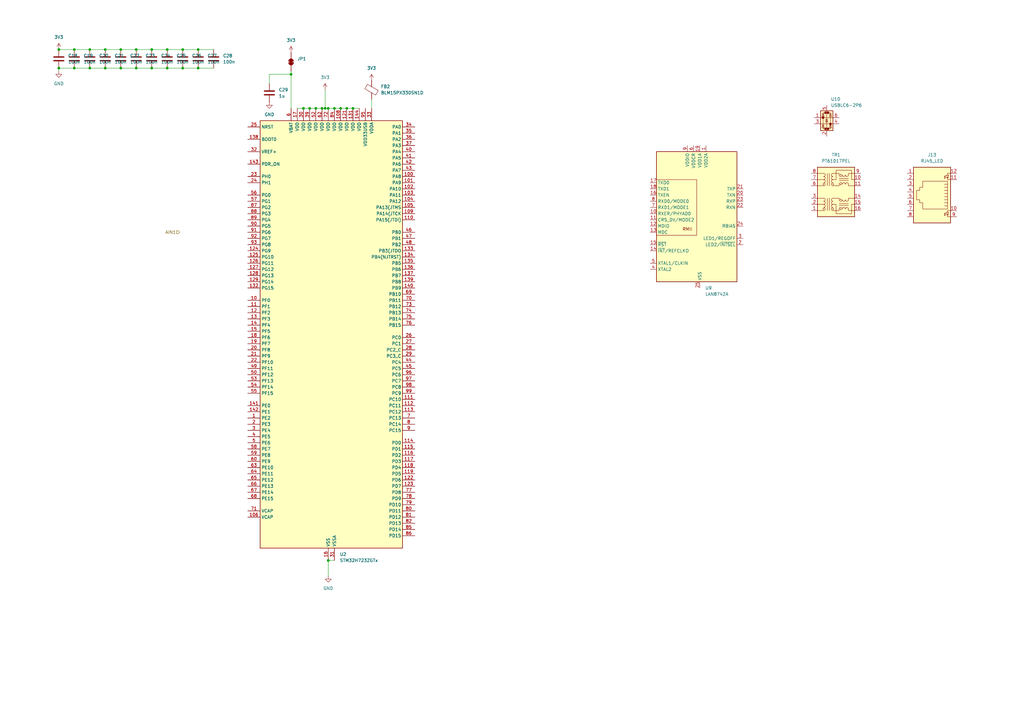
<source format=kicad_sch>
(kicad_sch (version 20231120) (generator "eeschema") (generator_version "8.0")
  (paper "A3")
  (lib_symbols
    (symbol "Connector:RJ45_LED" (pin_names (offset 1.016))
      (property "Reference" "J" (at -5.08 13.97 0))
      (property "Value" "RJ45_LED" (at 1.27 13.97 0))
      (symbol "RJ45_LED_0_1"
        (polyline (pts (xy -7.62 -7.62) (xy -6.35 -7.62)))
        (polyline (pts (xy -7.62 -5.08) (xy -6.35 -5.08)))
        (polyline (pts (xy -7.62 7.62) (xy -6.35 7.62)))
        (polyline (pts (xy -7.62 10.16) (xy -6.35 10.16)))
        (polyline (pts (xy -6.858 -5.842) (xy -5.842 -5.842)))
        (polyline (pts (xy -6.858 9.398) (xy -5.842 9.398)))
        (polyline (pts (xy -6.35 -7.62) (xy -6.35 -6.858)))
        (polyline (pts (xy -6.35 -5.08) (xy -6.35 -5.842)))
        (polyline (pts (xy -6.35 7.62) (xy -6.35 8.382)))
        (polyline (pts (xy -6.35 10.16) (xy -6.35 9.398)))
        (polyline (pts (xy -5.08 -6.223) (xy -5.207 -6.604)))
        (polyline (pts (xy -5.08 -5.588) (xy -5.207 -5.969)))
        (polyline (pts (xy -5.08 4.445) (xy -6.35 4.445)))
        (polyline (pts (xy -5.08 5.715) (xy -6.35 5.715)))
        (polyline (pts (xy -5.08 9.017) (xy -5.207 8.636)))
        (polyline (pts (xy -5.08 9.652) (xy -5.207 9.271)))
        (polyline (pts (xy -6.35 -3.175) (xy -5.08 -3.175) (xy -5.08 -3.175)))
        (polyline (pts (xy -6.35 -1.905) (xy -5.08 -1.905) (xy -5.08 -1.905)))
        (polyline (pts (xy -6.35 -0.635) (xy -5.08 -0.635) (xy -5.08 -0.635)))
        (polyline (pts (xy -6.35 0.635) (xy -5.08 0.635) (xy -5.08 0.635)))
        (polyline (pts (xy -6.35 1.905) (xy -5.08 1.905) (xy -5.08 1.905)))
        (polyline (pts (xy -5.588 -6.731) (xy -5.08 -6.223) (xy -5.461 -6.35)))
        (polyline (pts (xy -5.588 -6.096) (xy -5.08 -5.588) (xy -5.461 -5.715)))
        (polyline (pts (xy -5.588 8.509) (xy -5.08 9.017) (xy -5.461 8.89)))
        (polyline (pts (xy -5.588 9.144) (xy -5.08 9.652) (xy -5.461 9.525)))
        (polyline (pts (xy -5.08 3.175) (xy -6.35 3.175) (xy -6.35 3.175)))
        (polyline (pts (xy -6.35 -5.842) (xy -6.858 -6.858) (xy -5.842 -6.858) (xy -6.35 -5.842)))
        (polyline (pts (xy -6.35 9.398) (xy -6.858 8.382) (xy -5.842 8.382) (xy -6.35 9.398)))
        (polyline (pts (xy -6.35 -4.445) (xy -6.35 6.985) (xy 3.81 6.985) (xy 3.81 4.445) (xy 5.08 4.445) (xy 5.08 3.175) (xy 6.35 3.175) (xy 6.35 -0.635) (xy 5.08 -0.635) (xy 5.08 -1.905) (xy 3.81 -1.905) (xy 3.81 -4.445) (xy -6.35 -4.445) (xy -6.35 -4.445)))
        (rectangle (start 7.62 12.7) (end -7.62 -10.16) (stroke (width 0.254)) (fill (type background)))
      )
      (symbol "RJ45_LED_1_1"
        (pin passive line (at 10.16 -7.62 180) (length 2.54) (name "~") (number "1"))
        (pin passive line (at -10.16 7.62 0) (length 2.54) (name "~") (number "10"))
        (pin passive line (at -10.16 -5.08 0) (length 2.54) (name "~") (number "11"))
        (pin passive line (at -10.16 -7.62 0) (length 2.54) (name "~") (number "12"))
        (pin passive line (at 10.16 -5.08 180) (length 2.54) (name "~") (number "2"))
        (pin passive line (at 10.16 -2.54 180) (length 2.54) (name "~") (number "3"))
        (pin passive line (at 10.16 0 180) (length 2.54) (name "~") (number "4"))
        (pin passive line (at 10.16 2.54 180) (length 2.54) (name "~") (number "5"))
        (pin passive line (at 10.16 5.08 180) (length 2.54) (name "~") (number "6"))
        (pin passive line (at 10.16 7.62 180) (length 2.54) (name "~") (number "7"))
        (pin passive line (at 10.16 10.16 180) (length 2.54) (name "~") (number "8"))
        (pin passive line (at -10.16 10.16 0) (length 2.54) (name "~") (number "9"))
      )
    )
    (symbol "Device:C" (pin_numbers hide) (pin_names (offset 0.254))
      (property "Reference" "C" (at 0.635 2.54 0))
      (property "Value" "C" (at 0.635 -2.54 0))
      (symbol "C_0_1"
        (polyline (pts (xy -2.032 -0.762) (xy 2.032 -0.762)) (stroke (width 0.508)))
        (polyline (pts (xy -2.032 0.762) (xy 2.032 0.762)) (stroke (width 0.508)))
      )
      (symbol "C_1_1"
        (pin passive line (at 0 3.81 270) (length 2.794) (name "~") (number "1"))
        (pin passive line (at 0 -3.81 90) (length 2.794) (name "~") (number "2"))
      )
    )
    (symbol "Device:FerriteBead" (pin_numbers hide) (pin_names (offset 0))
      (property "Reference" "FB" (at -3.81 0.635 90))
      (property "Value" "FerriteBead" (at 3.81 0 90))
      (symbol "FerriteBead_0_1"
        (polyline (pts (xy 0 -1.27) (xy 0 -1.2192)))
        (polyline (pts (xy 0 1.27) (xy 0 1.2954)))
        (polyline (pts (xy -2.7686 0.4064) (xy -1.7018 2.2606) (xy 2.7686 -0.3048) (xy 1.6764 -2.159) (xy -2.7686 0.4064)))
      )
      (symbol "FerriteBead_1_1"
        (pin passive line (at 0 3.81 270) (length 2.54) (name "~") (number "1"))
        (pin passive line (at 0 -3.81 90) (length 2.54) (name "~") (number "2"))
      )
    )
    (symbol "Interface_Ethernet:LAN8742A"
      (property "Reference" "U" (at -13.97 29.21 0))
      (property "Value" "LAN8742A" (at 15.24 29.21 0))
      (symbol "LAN8742A_0_0"
        (text "RMII" (at -5.08 -3.81 0) (effects (font (size 1.27 1.27))))
      )
      (symbol "LAN8742A_0_1"
        (rectangle (start -17.78 27.94) (end 15.24 -25.4) (stroke (width 0.254)) (fill (type background)))
        (polyline (pts (xy -17.78 -6.35) (xy -1.27 -6.35) (xy -1.27 16.51) (xy -17.78 16.51)))
      )
      (symbol "LAN8742A_1_1"
        (pin power_in line (at 2.54 30.48 270) (length 2.54) (name "VDD2A") (number "1"))
        (pin output line (at -20.32 2.54 0) (length 2.54) (name "RXER/PHYAD0") (number "10"))
        (pin bidirectional line (at -20.32 0 0) (length 2.54) (name "CRS_DV/MODE2") (number "11"))
        (pin bidirectional line (at -20.32 -2.54 0) (length 2.54) (name "MDIO") (number "12"))
        (pin input line (at -20.32 -5.08 0) (length 2.54) (name "MDC") (number "13"))
        (pin output line (at -20.32 -12.7 0) (length 2.54) (name "~{INT}/REFCLKO") (number "14"))
        (pin input line (at -20.32 -10.16 0) (length 2.54) (name "~{RST}") (number "15"))
        (pin input line (at -20.32 10.16 0) (length 2.54) (name "TXEN") (number "16"))
        (pin input line (at -20.32 15.24 0) (length 2.54) (name "TXD0") (number "17"))
        (pin input line (at -20.32 12.7 0) (length 2.54) (name "TXD1") (number "18"))
        (pin power_in line (at 0 30.48 270) (length 2.54) (name "VDD1A") (number "19"))
        (pin bidirectional line (at 17.78 -10.16 180) (length 2.54) (name "LED2/~{INTSEL}") (number "2"))
        (pin passive line (at 17.78 10.16 180) (length 2.54) (name "TXN") (number "20"))
        (pin passive line (at 17.78 12.7 180) (length 2.54) (name "TXP") (number "21"))
        (pin passive line (at 17.78 5.08 180) (length 2.54) (name "RXN") (number "22"))
        (pin passive line (at 17.78 7.62 180) (length 2.54) (name "RXP") (number "23"))
        (pin passive line (at 17.78 -2.54 180) (length 2.54) (name "RBIAS") (number "24"))
        (pin power_in line (at 0 -27.94 90) (length 2.54) (name "VSS") (number "25"))
        (pin bidirectional line (at 17.78 -7.62 180) (length 2.54) (name "LED1/REGOFF") (number "3"))
        (pin output line (at -20.32 -20.32 0) (length 2.54) (name "XTAL2") (number "4"))
        (pin input line (at -20.32 -17.78 0) (length 2.54) (name "XTAL1/CLKIN") (number "5"))
        (pin power_in line (at -2.54 30.48 270) (length 2.54) (name "VDDCR") (number "6"))
        (pin bidirectional line (at -20.32 5.08 0) (length 2.54) (name "RXD1/MODE1") (number "7"))
        (pin bidirectional line (at -20.32 7.62 0) (length 2.54) (name "RXD0/MODE0") (number "8"))
        (pin power_in line (at -5.08 30.48 270) (length 2.54) (name "VDDIO") (number "9"))
      )
    )
    (symbol "Jumper:SolderJumper_2_Bridged" (pin_numbers hide) (pin_names (offset 0) hide) (exclude_from_sim yes) (in_bom no)
      (property "Reference" "JP" (at 0 2.032 0))
      (property "Value" "SolderJumper_2_Bridged" (at 0 -2.54 0))
      (symbol "SolderJumper_2_Bridged_0_1"
        (rectangle (start -0.508 0.508) (end 0.508 -0.508) (fill (type outline)))
        (arc (start -0.254 1.016) (mid -1.2656 0) (end -0.254 -1.016))
        (arc (start -0.254 1.016) (mid -1.2656 0) (end -0.254 -1.016) (fill (type outline)))
        (polyline (pts (xy -0.254 1.016) (xy -0.254 -1.016)))
        (polyline (pts (xy 0.254 1.016) (xy 0.254 -1.016)))
        (arc (start 0.254 -1.016) (mid 1.2656 0) (end 0.254 1.016))
        (arc (start 0.254 -1.016) (mid 1.2656 0) (end 0.254 1.016) (fill (type outline)))
      )
      (symbol "SolderJumper_2_Bridged_1_1"
        (pin passive line (at -3.81 0 0) (length 2.54) (name "A") (number "1"))
        (pin passive line (at 3.81 0 180) (length 2.54) (name "B") (number "2"))
      )
    )
    (symbol "MCU_ST_STM32H7:STM32H723ZGTx"
      (property "Reference" "U" (at -27.94 90.17 0))
      (property "Value" "STM32H723ZGTx" (at 20.32 90.17 0))
      (symbol "STM32H723ZGTx_0_1"
        (rectangle (start -27.94 -86.36) (end 30.48 88.9) (stroke (width 0.254)) (fill (type background)))
      )
      (symbol "STM32H723ZGTx_1_1"
        (pin bidirectional line (at -33.02 -33.02 0) (length 5.08) (name "PE2") (number "1"))
        (pin bidirectional line (at -33.02 15.24 0) (length 5.08) (name "PF0") (number "10"))
        (pin bidirectional line (at 35.56 66.04 180) (length 5.08) (name "PA8") (number "100"))
        (pin bidirectional line (at 35.56 63.5 180) (length 5.08) (name "PA9") (number "101"))
        (pin bidirectional line (at 35.56 60.96 180) (length 5.08) (name "PA10") (number "102"))
        (pin bidirectional line (at 35.56 58.42 180) (length 5.08) (name "PA11") (number "103"))
        (pin bidirectional line (at 35.56 55.88 180) (length 5.08) (name "PA12") (number "104"))
        (pin bidirectional line (at 35.56 53.34 180) (length 5.08) (name "PA13(JTMS") (number "105"))
        (pin power_out line (at -33.02 -73.66 0) (length 5.08) (name "VCAP") (number "106"))
        (pin passive line (at 0 -91.44 90) (length 5.08) hide (name "VSS") (number "107"))
        (pin power_in line (at 5.08 93.98 270) (length 5.08) (name "VDD") (number "108"))
        (pin bidirectional line (at 35.56 50.8 180) (length 5.08) (name "PA14(JTCK") (number "109"))
        (pin bidirectional line (at -33.02 12.7 0) (length 5.08) (name "PF1") (number "11"))
        (pin bidirectional line (at 35.56 48.26 180) (length 5.08) (name "PA15(JTDI)") (number "110"))
        (pin bidirectional line (at 35.56 -25.4 180) (length 5.08) (name "PC10") (number "111"))
        (pin bidirectional line (at 35.56 -27.94 180) (length 5.08) (name "PC11") (number "112"))
        (pin bidirectional line (at 35.56 -30.48 180) (length 5.08) (name "PC12") (number "113"))
        (pin bidirectional line (at 35.56 -43.18 180) (length 5.08) (name "PD0") (number "114"))
        (pin bidirectional line (at 35.56 -45.72 180) (length 5.08) (name "PD1") (number "115"))
        (pin bidirectional line (at 35.56 -48.26 180) (length 5.08) (name "PD2") (number "116"))
        (pin bidirectional line (at 35.56 -50.8 180) (length 5.08) (name "PD3") (number "117"))
        (pin bidirectional line (at 35.56 -53.34 180) (length 5.08) (name "PD4") (number "118"))
        (pin bidirectional line (at 35.56 -55.88 180) (length 5.08) (name "PD5") (number "119"))
        (pin bidirectional line (at -33.02 10.16 0) (length 5.08) (name "PF2") (number "12"))
        (pin passive line (at 0 -91.44 90) (length 5.08) hide (name "VSS") (number "120"))
        (pin power_in line (at 7.62 93.98 270) (length 5.08) (name "VDD") (number "121"))
        (pin bidirectional line (at 35.56 -58.42 180) (length 5.08) (name "PD6") (number "122"))
        (pin bidirectional line (at 35.56 -60.96 180) (length 5.08) (name "PD7") (number "123"))
        (pin bidirectional line (at -33.02 35.56 0) (length 5.08) (name "PG9") (number "124"))
        (pin bidirectional line (at -33.02 33.02 0) (length 5.08) (name "PG10") (number "125"))
        (pin bidirectional line (at -33.02 30.48 0) (length 5.08) (name "PG11") (number "126"))
        (pin bidirectional line (at -33.02 27.94 0) (length 5.08) (name "PG12") (number "127"))
        (pin bidirectional line (at -33.02 25.4 0) (length 5.08) (name "PG13") (number "128"))
        (pin bidirectional line (at -33.02 22.86 0) (length 5.08) (name "PG14") (number "129"))
        (pin bidirectional line (at -33.02 7.62 0) (length 5.08) (name "PF3") (number "13"))
        (pin passive line (at 0 -91.44 90) (length 5.08) hide (name "VSS") (number "130"))
        (pin power_in line (at 10.16 93.98 270) (length 5.08) (name "VDD") (number "131"))
        (pin bidirectional line (at -33.02 20.32 0) (length 5.08) (name "PG15") (number "132"))
        (pin bidirectional line (at 35.56 35.56 180) (length 5.08) (name "PB3(JTDO") (number "133"))
        (pin bidirectional line (at 35.56 33.02 180) (length 5.08) (name "PB4(NJTRST)") (number "134"))
        (pin bidirectional line (at 35.56 30.48 180) (length 5.08) (name "PB5") (number "135"))
        (pin bidirectional line (at 35.56 27.94 180) (length 5.08) (name "PB6") (number "136"))
        (pin bidirectional line (at 35.56 25.4 180) (length 5.08) (name "PB7") (number "137"))
        (pin input line (at -33.02 81.28 0) (length 5.08) (name "BOOT0") (number "138"))
        (pin bidirectional line (at 35.56 22.86 180) (length 5.08) (name "PB8") (number "139"))
        (pin bidirectional line (at -33.02 5.08 0) (length 5.08) (name "PF4") (number "14"))
        (pin bidirectional line (at 35.56 20.32 180) (length 5.08) (name "PB9") (number "140"))
        (pin bidirectional line (at -33.02 -27.94 0) (length 5.08) (name "PE0") (number "141"))
        (pin bidirectional line (at -33.02 -30.48 0) (length 5.08) (name "PE1") (number "142"))
        (pin input line (at -33.02 71.12 0) (length 5.08) (name "PDR_ON") (number "143"))
        (pin power_in line (at 12.7 93.98 270) (length 5.08) (name "VDD") (number "144"))
        (pin bidirectional line (at -33.02 2.54 0) (length 5.08) (name "PF5") (number "15"))
        (pin power_in line (at 0 -91.44 90) (length 5.08) (name "VSS") (number "16"))
        (pin power_in line (at -12.7 93.98 270) (length 5.08) (name "VDD") (number "17"))
        (pin bidirectional line (at -33.02 0 0) (length 5.08) (name "PF6") (number "18"))
        (pin bidirectional line (at -33.02 -2.54 0) (length 5.08) (name "PF7") (number "19"))
        (pin bidirectional line (at -33.02 -35.56 0) (length 5.08) (name "PE3") (number "2"))
        (pin bidirectional line (at -33.02 -5.08 0) (length 5.08) (name "PF8") (number "20"))
        (pin bidirectional line (at -33.02 -7.62 0) (length 5.08) (name "PF9") (number "21"))
        (pin bidirectional line (at -33.02 -10.16 0) (length 5.08) (name "PF10") (number "22"))
        (pin bidirectional line (at -33.02 66.04 0) (length 5.08) (name "PH0") (number "23"))
        (pin bidirectional line (at -33.02 63.5 0) (length 5.08) (name "PH1") (number "24"))
        (pin input line (at -33.02 86.36 0) (length 5.08) (name "NRST") (number "25"))
        (pin bidirectional line (at 35.56 0 180) (length 5.08) (name "PC0") (number "26"))
        (pin bidirectional line (at 35.56 -2.54 180) (length 5.08) (name "PC1") (number "27"))
        (pin bidirectional line (at 35.56 -5.08 180) (length 5.08) (name "PC2_C") (number "28"))
        (pin bidirectional line (at 35.56 -7.62 180) (length 5.08) (name "PC3_C") (number "29"))
        (pin bidirectional line (at -33.02 -38.1 0) (length 5.08) (name "PE4") (number "3"))
        (pin power_in line (at -10.16 93.98 270) (length 5.08) (name "VDD") (number "30"))
        (pin power_in line (at 2.54 -91.44 90) (length 5.08) (name "VSSA") (number "31"))
        (pin input line (at -33.02 76.2 0) (length 5.08) (name "VREF+") (number "32"))
        (pin power_in line (at 17.78 93.98 270) (length 5.08) (name "VDDA") (number "33"))
        (pin bidirectional line (at 35.56 86.36 180) (length 5.08) (name "PA0") (number "34"))
        (pin bidirectional line (at 35.56 83.82 180) (length 5.08) (name "PA1") (number "35"))
        (pin bidirectional line (at 35.56 81.28 180) (length 5.08) (name "PA2") (number "36"))
        (pin bidirectional line (at 35.56 78.74 180) (length 5.08) (name "PA3") (number "37"))
        (pin passive line (at 0 -91.44 90) (length 5.08) hide (name "VSS") (number "38"))
        (pin power_in line (at -7.62 93.98 270) (length 5.08) (name "VDD") (number "39"))
        (pin bidirectional line (at -33.02 -40.64 0) (length 5.08) (name "PE5") (number "4"))
        (pin bidirectional line (at 35.56 76.2 180) (length 5.08) (name "PA4") (number "40"))
        (pin bidirectional line (at 35.56 73.66 180) (length 5.08) (name "PA5") (number "41"))
        (pin bidirectional line (at 35.56 71.12 180) (length 5.08) (name "PA6") (number "42"))
        (pin bidirectional line (at 35.56 68.58 180) (length 5.08) (name "PA7") (number "43"))
        (pin bidirectional line (at 35.56 -10.16 180) (length 5.08) (name "PC4") (number "44"))
        (pin bidirectional line (at 35.56 -12.7 180) (length 5.08) (name "PC5") (number "45"))
        (pin bidirectional line (at 35.56 43.18 180) (length 5.08) (name "PB0") (number "46"))
        (pin bidirectional line (at 35.56 40.64 180) (length 5.08) (name "PB1") (number "47"))
        (pin bidirectional line (at 35.56 38.1 180) (length 5.08) (name "PB2") (number "48"))
        (pin bidirectional line (at -33.02 -12.7 0) (length 5.08) (name "PF11") (number "49"))
        (pin bidirectional line (at -33.02 -43.18 0) (length 5.08) (name "PE6") (number "5"))
        (pin bidirectional line (at -33.02 -15.24 0) (length 5.08) (name "PF12") (number "50"))
        (pin passive line (at 0 -91.44 90) (length 5.08) hide (name "VSS") (number "51"))
        (pin power_in line (at -5.08 93.98 270) (length 5.08) (name "VDD") (number "52"))
        (pin bidirectional line (at -33.02 -17.78 0) (length 5.08) (name "PF13") (number "53"))
        (pin bidirectional line (at -33.02 -20.32 0) (length 5.08) (name "PF14") (number "54"))
        (pin bidirectional line (at -33.02 -22.86 0) (length 5.08) (name "PF15") (number "55"))
        (pin bidirectional line (at -33.02 58.42 0) (length 5.08) (name "PG0") (number "56"))
        (pin bidirectional line (at -33.02 55.88 0) (length 5.08) (name "PG1") (number "57"))
        (pin bidirectional line (at -33.02 -45.72 0) (length 5.08) (name "PE7") (number "58"))
        (pin bidirectional line (at -33.02 -48.26 0) (length 5.08) (name "PE8") (number "59"))
        (pin power_in line (at -15.24 93.98 270) (length 5.08) (name "VBAT") (number "6"))
        (pin bidirectional line (at -33.02 -50.8 0) (length 5.08) (name "PE9") (number "60"))
        (pin passive line (at 0 -91.44 90) (length 5.08) hide (name "VSS") (number "61"))
        (pin power_in line (at -2.54 93.98 270) (length 5.08) (name "VDD") (number "62"))
        (pin bidirectional line (at -33.02 -53.34 0) (length 5.08) (name "PE10") (number "63"))
        (pin bidirectional line (at -33.02 -55.88 0) (length 5.08) (name "PE11") (number "64"))
        (pin bidirectional line (at -33.02 -58.42 0) (length 5.08) (name "PE12") (number "65"))
        (pin bidirectional line (at -33.02 -60.96 0) (length 5.08) (name "PE13") (number "66"))
        (pin bidirectional line (at -33.02 -63.5 0) (length 5.08) (name "PE14") (number "67"))
        (pin bidirectional line (at -33.02 -66.04 0) (length 5.08) (name "PE15") (number "68"))
        (pin bidirectional line (at 35.56 17.78 180) (length 5.08) (name "PB10") (number "69"))
        (pin bidirectional line (at 35.56 -33.02 180) (length 5.08) (name "PC13") (number "7"))
        (pin bidirectional line (at 35.56 15.24 180) (length 5.08) (name "PB11") (number "70"))
        (pin power_out line (at -33.02 -71.12 0) (length 5.08) (name "VCAP") (number "71"))
        (pin power_in line (at 0 93.98 270) (length 5.08) (name "VDD") (number "72"))
        (pin bidirectional line (at 35.56 12.7 180) (length 5.08) (name "PB12") (number "73"))
        (pin bidirectional line (at 35.56 10.16 180) (length 5.08) (name "PB13") (number "74"))
        (pin bidirectional line (at 35.56 7.62 180) (length 5.08) (name "PB14") (number "75"))
        (pin bidirectional line (at 35.56 5.08 180) (length 5.08) (name "PB15") (number "76"))
        (pin bidirectional line (at 35.56 -63.5 180) (length 5.08) (name "PD8") (number "77"))
        (pin bidirectional line (at 35.56 -66.04 180) (length 5.08) (name "PD9") (number "78"))
        (pin bidirectional line (at 35.56 -68.58 180) (length 5.08) (name "PD10") (number "79"))
        (pin bidirectional line (at 35.56 -35.56 180) (length 5.08) (name "PC14") (number "8"))
        (pin bidirectional line (at 35.56 -71.12 180) (length 5.08) (name "PD11") (number "80"))
        (pin bidirectional line (at 35.56 -73.66 180) (length 5.08) (name "PD12") (number "81"))
        (pin bidirectional line (at 35.56 -76.2 180) (length 5.08) (name "PD13") (number "82"))
        (pin passive line (at 0 -91.44 90) (length 5.08) hide (name "VSS") (number "83"))
        (pin power_in line (at 2.54 93.98 270) (length 5.08) (name "VDD") (number "84"))
        (pin bidirectional line (at 35.56 -78.74 180) (length 5.08) (name "PD14") (number "85"))
        (pin bidirectional line (at 35.56 -81.28 180) (length 5.08) (name "PD15") (number "86"))
        (pin bidirectional line (at -33.02 53.34 0) (length 5.08) (name "PG2") (number "87"))
        (pin bidirectional line (at -33.02 50.8 0) (length 5.08) (name "PG3") (number "88"))
        (pin bidirectional line (at -33.02 48.26 0) (length 5.08) (name "PG4") (number "89"))
        (pin bidirectional line (at 35.56 -38.1 180) (length 5.08) (name "PC15") (number "9"))
        (pin bidirectional line (at -33.02 45.72 0) (length 5.08) (name "PG5") (number "90"))
        (pin bidirectional line (at -33.02 43.18 0) (length 5.08) (name "PG6") (number "91"))
        (pin bidirectional line (at -33.02 40.64 0) (length 5.08) (name "PG7") (number "92"))
        (pin bidirectional line (at -33.02 38.1 0) (length 5.08) (name "PG8") (number "93"))
        (pin passive line (at 0 -91.44 90) (length 5.08) hide (name "VSS") (number "94"))
        (pin power_in line (at 15.24 93.98 270) (length 5.08) (name "VDD33USB") (number "95"))
        (pin bidirectional line (at 35.56 -15.24 180) (length 5.08) (name "PC6") (number "96"))
        (pin bidirectional line (at 35.56 -17.78 180) (length 5.08) (name "PC7") (number "97"))
        (pin bidirectional line (at 35.56 -20.32 180) (length 5.08) (name "PC8") (number "98"))
        (pin bidirectional line (at 35.56 -22.86 180) (length 5.08) (name "PC9") (number "99"))
      )
    )
    (symbol "Power_Protection:USBLC6-2P6" (pin_names hide)
      (property "Reference" "U" (at 0.635 5.715 0))
      (property "Value" "USBLC6-2P6" (at 0.635 3.81 0))
      (symbol "USBLC6-2P6_0_0"
        (circle (center -1.524 0) (radius 0.0001) (stroke (width 0.508)))
        (circle (center -0.508 -4.572) (radius 0.0001) (stroke (width 0.508)))
        (circle (center -0.508 2.032) (radius 0.0001) (stroke (width 0.508)))
        (circle (center 0.508 -4.572) (radius 0.0001) (stroke (width 0.508)))
        (circle (center 0.508 2.032) (radius 0.0001) (stroke (width 0.508)))
        (circle (center 1.524 -2.54) (radius 0.0001) (stroke (width 0.508)))
      )
      (symbol "USBLC6-2P6_0_1"
        (polyline (pts (xy -2.54 -2.54) (xy 2.54 -2.54)))
        (polyline (pts (xy -2.54 0) (xy 2.54 0)))
        (polyline (pts (xy -2.032 -3.048) (xy -1.016 -3.048)))
        (polyline (pts (xy -1.016 1.524) (xy -2.032 1.524)))
        (polyline (pts (xy 1.016 -3.048) (xy 2.032 -3.048)))
        (polyline (pts (xy 1.016 1.524) (xy 2.032 1.524)))
        (polyline (pts (xy -0.508 -1.143) (xy -0.508 -0.762) (xy 0.508 -0.762)))
        (polyline (pts (xy -2.032 0.508) (xy -1.016 0.508) (xy -1.524 1.524) (xy -2.032 0.508)))
        (polyline (pts (xy -1.016 -4.064) (xy -2.032 -4.064) (xy -1.524 -3.048) (xy -1.016 -4.064)))
        (polyline (pts (xy 0.508 -1.778) (xy -0.508 -1.778) (xy 0 -0.762) (xy 0.508 -1.778)))
        (polyline (pts (xy 2.032 -4.064) (xy 1.016 -4.064) (xy 1.524 -3.048) (xy 2.032 -4.064)))
        (polyline (pts (xy 2.032 0.508) (xy 1.016 0.508) (xy 1.524 1.524) (xy 2.032 0.508)))
        (polyline (pts (xy 0 2.54) (xy -0.508 2.032) (xy 0.508 2.032) (xy 0 1.524) (xy 0 -4.064) (xy -0.508 -4.572) (xy 0.508 -4.572) (xy 0 -5.08)))
      )
      (symbol "USBLC6-2P6_1_1"
        (rectangle (start -2.54 2.794) (end 2.54 -5.334) (stroke (width 0.254)) (fill (type background)))
        (polyline (pts (xy -0.508 2.032) (xy -1.524 2.032) (xy -1.524 -4.572) (xy -0.508 -4.572)))
        (polyline (pts (xy 0.508 -4.572) (xy 1.524 -4.572) (xy 1.524 2.032) (xy 0.508 2.032)))
        (pin passive line (at -5.08 0 0) (length 2.54) (name "I/O1") (number "1"))
        (pin passive line (at 0 -7.62 90) (length 2.54) (name "GND") (number "2"))
        (pin passive line (at -5.08 -2.54 0) (length 2.54) (name "I/O2") (number "3"))
        (pin passive line (at 5.08 -2.54 180) (length 2.54) (name "I/O2") (number "4"))
        (pin passive line (at 0 5.08 270) (length 2.54) (name "VBUS") (number "5"))
        (pin passive line (at 5.08 0 180) (length 2.54) (name "I/O1") (number "6"))
      )
    )
    (symbol "Transformer:PT61017PEL" (pin_names hide)
      (property "Reference" "TR" (at 0 10.795 0))
      (property "Value" "PT61017PEL" (at 0 -10.795 0))
      (symbol "PT61017PEL_0_1"
        (rectangle (start -7.62 10.16) (end 7.62 -10.16) (stroke (width 0.254)) (fill (type background)))
        (circle (center -5.207 3.175) (radius 0.1778))
        (arc (start -5.08 6.35) (mid -4.4477 6.985) (end -5.08 7.62))
        (polyline (pts (xy -5.08 2.54) (xy -7.62 2.54)))
        (polyline (pts (xy -5.08 5.08) (xy -7.62 5.08)))
        (polyline (pts (xy -5.08 7.62) (xy -7.62 7.62)))
        (polyline (pts (xy -3.556 -2.54) (xy -3.556 -7.62)))
        (polyline (pts (xy -3.556 2.54) (xy -3.556 7.62)))
        (polyline (pts (xy -2.794 -7.62) (xy -2.794 -2.54)))
        (polyline (pts (xy -2.794 7.62) (xy -2.794 2.54)))
        (polyline (pts (xy 1.27 4.699) (xy 5.08 4.699)))
        (polyline (pts (xy 1.27 5.461) (xy 5.08 5.461)))
        (polyline (pts (xy -1.27 2.54) (xy 1.27 2.54) (xy 1.27 3.175)))
        (polyline (pts (xy 1.27 6.985) (xy 1.27 7.62) (xy -1.27 7.62)))
        (polyline (pts (xy 5.08 3.175) (xy 5.08 2.54) (xy 7.62 2.54)))
        (polyline (pts (xy 5.08 6.985) (xy 5.08 7.62) (xy 7.62 7.62)))
        (polyline (pts (xy -1.27 5.08) (xy 0 5.08) (xy 0 8.89) (xy 6.35 8.89) (xy 6.35 5.08) (xy 7.62 5.08)))
      )
      (symbol "PT61017PEL_1_1"
        (circle (center -5.207 -6.985) (radius 0.1778))
        (arc (start -5.08 -7.62) (mid -4.4477 -6.985) (end -5.08 -6.35))
        (arc (start -5.08 -6.35) (mid -4.4477 -5.715) (end -5.08 -5.08))
        (arc (start -5.08 -5.08) (mid -4.4477 -4.445) (end -5.08 -3.81))
        (arc (start -5.08 -3.81) (mid -4.4477 -3.175) (end -5.08 -2.54))
        (arc (start -5.08 2.54) (mid -4.4477 3.175) (end -5.08 3.81))
        (arc (start -5.08 3.81) (mid -4.4477 4.445) (end -5.08 5.08))
        (arc (start -5.08 5.08) (mid -4.4477 5.715) (end -5.08 6.35))
        (arc (start -1.27 -6.35) (mid -1.9023 -6.985) (end -1.27 -7.62))
        (arc (start -1.27 -5.08) (mid -1.9023 -5.715) (end -1.27 -6.35))
        (arc (start -1.27 -3.81) (mid -1.9023 -4.445) (end -1.27 -5.08))
        (arc (start -1.27 -2.54) (mid -1.9023 -3.175) (end -1.27 -3.81))
        (arc (start -1.27 3.81) (mid -1.9023 3.175) (end -1.27 2.54))
        (arc (start -1.27 5.08) (mid -1.9023 4.445) (end -1.27 3.81))
        (arc (start -1.27 6.35) (mid -1.9023 5.715) (end -1.27 5.08))
        (arc (start -1.27 7.62) (mid -1.9023 6.985) (end -1.27 6.35))
        (circle (center -1.143 -6.985) (radius 0.1778))
        (circle (center -1.143 3.175) (radius 0.1778))
        (polyline (pts (xy -5.08 -7.62) (xy -7.62 -7.62)))
        (polyline (pts (xy -5.08 -5.08) (xy -7.62 -5.08)))
        (polyline (pts (xy -5.08 -2.54) (xy -7.62 -2.54)))
        (polyline (pts (xy 1.27 -5.461) (xy 5.08 -5.461)))
        (polyline (pts (xy 1.27 -4.699) (xy 5.08 -4.699)))
        (polyline (pts (xy -1.27 -7.62) (xy 1.27 -7.62) (xy 1.27 -6.985)))
        (polyline (pts (xy 1.27 -3.175) (xy 1.27 -2.54) (xy -1.27 -2.54)))
        (polyline (pts (xy 5.08 -6.985) (xy 5.08 -7.62) (xy 7.62 -7.62)))
        (polyline (pts (xy 5.08 -3.175) (xy 5.08 -2.54) (xy 7.62 -2.54)))
        (polyline (pts (xy 7.62 -5.08) (xy 6.35 -5.08) (xy 6.35 -8.89) (xy 0 -8.89) (xy 0 -5.08) (xy -1.27 -5.08)))
        (arc (start 1.27 -3.175) (mid 1.905 -3.8073) (end 2.54 -3.175))
        (arc (start 1.27 6.985) (mid 1.905 6.3527) (end 2.54 6.985))
        (circle (center 1.905 -7.112) (radius 0.1778))
        (circle (center 1.905 -3.048) (radius 0.1778))
        (circle (center 1.905 3.048) (radius 0.1778))
        (circle (center 1.905 7.112) (radius 0.1778))
        (arc (start 2.54 -6.985) (mid 1.905 -6.3527) (end 1.27 -6.985))
        (arc (start 2.54 -3.175) (mid 3.175 -3.8073) (end 3.81 -3.175))
        (arc (start 2.54 3.175) (mid 1.905 3.8073) (end 1.27 3.175))
        (arc (start 2.54 6.985) (mid 3.175 6.3527) (end 3.81 6.985))
        (arc (start 3.81 -6.985) (mid 3.175 -6.3527) (end 2.54 -6.985))
        (arc (start 3.81 -3.175) (mid 4.445 -3.8073) (end 5.08 -3.175))
        (arc (start 3.81 3.175) (mid 3.175 3.8073) (end 2.54 3.175))
        (arc (start 3.81 6.985) (mid 4.445 6.3527) (end 5.08 6.985))
        (arc (start 5.08 -6.985) (mid 4.445 -6.3527) (end 3.81 -6.985))
        (arc (start 5.08 3.175) (mid 4.445 3.8073) (end 3.81 3.175))
        (pin passive line (at -10.16 -7.62 0) (length 2.54) (name "TD+") (number "1"))
        (pin passive line (at 10.16 5.08 180) (length 2.54) (name "C_RX") (number "10"))
        (pin passive line (at 10.16 2.54 180) (length 2.54) (name "RX+") (number "11"))
        (pin passive line (at 10.16 -2.54 180) (length 2.54) (name "TX-") (number "14"))
        (pin passive line (at 10.16 -5.08 180) (length 2.54) (name "C_TX") (number "15"))
        (pin passive line (at 10.16 -7.62 180) (length 2.54) (name "TX+") (number "16"))
        (pin passive line (at -10.16 -5.08 0) (length 2.54) (name "C_TD") (number "2"))
        (pin passive line (at -10.16 -2.54 0) (length 2.54) (name "TD-") (number "3"))
        (pin passive line (at -10.16 2.54 0) (length 2.54) (name "RD+") (number "6"))
        (pin passive line (at -10.16 5.08 0) (length 2.54) (name "C_RD") (number "7"))
        (pin passive line (at -10.16 7.62 0) (length 2.54) (name "RD-") (number "8"))
        (pin passive line (at 10.16 7.62 180) (length 2.54) (name "RX-") (number "9"))
      )
    )
    (symbol "power:+3V3" (power) (pin_numbers hide) (pin_names (offset 0) hide)
      (property "Value" "+3V3" (at 0 3.556 0))
      (symbol "+3V3_0_1"
        (polyline (pts (xy -0.762 1.27) (xy 0 2.54)))
        (polyline (pts (xy 0 0) (xy 0 2.54)))
        (polyline (pts (xy 0 2.54) (xy 0.762 1.27)))
      )
      (symbol "+3V3_1_1"
        (pin power_in line (at 0 0 90) (length 0) (name "~") (number "1"))
      )
    )
    (symbol "power:GND" (power) (pin_numbers hide) (pin_names (offset 0) hide)
      (property "Value" "GND" (at 0 -3.81 0))
      (symbol "GND_0_1"
        (polyline (pts (xy 0 0) (xy 0 -1.27) (xy 1.27 -1.27) (xy 0 -2.54) (xy -1.27 -1.27) (xy 0 -1.27)))
      )
      (symbol "GND_1_1"
        (pin power_in line (at 0 0 270) (length 0) (name "~") (number "1"))
      )
    )
  )
  (junction (at 43.18 27.94))
  (junction (at 74.93 27.94))
  (junction (at 49.53 20.32))
  (junction (at 134.62 44.45))
  (junction (at 144.78 44.45))
  (junction (at 133.35 44.45))
  (junction (at 129.54 44.45))
  (junction (at 68.58 20.32))
  (junction (at 81.28 27.94))
  (junction (at 55.88 27.94))
  (junction (at 142.24 44.45))
  (junction (at 36.83 20.32))
  (junction (at 30.48 20.32))
  (junction (at 62.23 27.94))
  (junction (at 68.58 27.94))
  (junction (at 30.48 27.94))
  (junction (at 62.23 20.32))
  (junction (at 36.83 27.94))
  (junction (at 137.16 44.45))
  (junction (at 43.18 20.32))
  (junction (at 132.08 44.45))
  (junction (at 81.28 20.32))
  (junction (at 134.62 229.87))
  (junction (at 24.13 27.94))
  (junction (at 119.38 30.48))
  (junction (at 139.7 44.45))
  (junction (at 55.88 20.32))
  (junction (at 74.93 20.32))
  (junction (at 127 44.45))
  (junction (at 124.46 44.45))
  (junction (at 24.13 20.32))
  (junction (at 49.53 27.94))
  (wire (pts (xy 24.13 20.32) (xy 30.48 20.32)))
  (wire (pts (xy 62.23 20.32) (xy 68.58 20.32)))
  (wire (pts (xy 152.4 40.64) (xy 152.4 44.45)))
  (wire (pts (xy 110.49 30.48) (xy 110.49 34.29)))
  (wire (pts (xy 55.88 27.94) (xy 62.23 27.94)))
  (wire (pts (xy 24.13 29.21) (xy 24.13 27.94)))
  (wire (pts (xy 36.83 27.94) (xy 43.18 27.94)))
  (wire (pts (xy 62.23 27.94) (xy 68.58 27.94)))
  (wire (pts (xy 49.53 27.94) (xy 55.88 27.94)))
  (wire (pts (xy 119.38 30.48) (xy 110.49 30.48)))
  (wire (pts (xy 134.62 229.87) (xy 134.62 236.22)))
  (wire (pts (xy 132.08 44.45) (xy 133.35 44.45)))
  (wire (pts (xy 24.13 27.94) (xy 30.48 27.94)))
  (wire (pts (xy 142.24 44.45) (xy 144.78 44.45)))
  (wire (pts (xy 129.54 44.45) (xy 132.08 44.45)))
  (wire (pts (xy 134.62 229.87) (xy 137.16 229.87)))
  (wire (pts (xy 144.78 44.45) (xy 147.32 44.45)))
  (wire (pts (xy 119.38 29.21) (xy 119.38 30.48)))
  (wire (pts (xy 119.38 30.48) (xy 119.38 44.45)))
  (wire (pts (xy 81.28 20.32) (xy 87.63 20.32)))
  (wire (pts (xy 30.48 20.32) (xy 36.83 20.32)))
  (wire (pts (xy 74.93 27.94) (xy 81.28 27.94)))
  (wire (pts (xy 43.18 20.32) (xy 49.53 20.32)))
  (wire (pts (xy 55.88 20.32) (xy 62.23 20.32)))
  (wire (pts (xy 74.93 20.32) (xy 81.28 20.32)))
  (wire (pts (xy 127 44.45) (xy 124.46 44.45)))
  (wire (pts (xy 133.35 36.83) (xy 133.35 44.45)))
  (wire (pts (xy 127 44.45) (xy 129.54 44.45)))
  (wire (pts (xy 139.7 44.45) (xy 142.24 44.45)))
  (wire (pts (xy 68.58 20.32) (xy 74.93 20.32)))
  (wire (pts (xy 133.35 44.45) (xy 134.62 44.45)))
  (wire (pts (xy 43.18 27.94) (xy 49.53 27.94)))
  (wire (pts (xy 134.62 44.45) (xy 137.16 44.45)))
  (wire (pts (xy 49.53 20.32) (xy 55.88 20.32)))
  (wire (pts (xy 81.28 27.94) (xy 87.63 27.94)))
  (wire (pts (xy 68.58 27.94) (xy 74.93 27.94)))
  (wire (pts (xy 30.48 27.94) (xy 36.83 27.94)))
  (wire (pts (xy 137.16 44.45) (xy 139.7 44.45)))
  (wire (pts (xy 124.46 44.45) (xy 121.92 44.45)))
  (wire (pts (xy 36.83 20.32) (xy 43.18 20.32)))
  (hierarchical_label "AIN1" (shape input) (at 73.66 95.25 180))
  (symbol (lib_id "power:+3V3") (at 152.4 33.02 0) (unit 1)
    (property "Reference" "#PWR081" (effects (hide yes)))
    (property "Value" "3V3" (at 152.4 27.94 0))
    (property "Description" "Power symbol creates a global label with name \"+3V3\"" (effects (hide yes)))
  )
  (symbol (lib_id "power:GND") (at 134.62 236.22 0) (unit 1)
    (property "Reference" "#PWR011" (effects (hide yes)))
    (property "Value" "GND" (at 134.62 241.3 0))
    (property "Description" "Power symbol creates a global label with name \"GND\" , ground" (effects (hide yes)))
  )
  (symbol (lib_id "power:+3V3") (at 133.35 36.83 0) (unit 1)
    (property "Reference" "#PWR080" (effects (hide yes)))
    (property "Value" "3V3" (at 133.35 31.75 0))
    (property "Description" "Power symbol creates a global label with name \"+3V3\"" (effects (hide yes)))
  )
  (symbol (lib_id "Connector:RJ45_LED") (at 382.27 78.74 180) (unit 1) (exclude_from_sim yes)
    (property "Reference" "J13" (at 382.27 63.5 0))
    (property "Value" "RJ45_LED" (at 382.27 66.04 0))
    (property "Description" "RJ connector, 8P8C (8 positions 8 connected), two LEDs" (effects (hide yes)))
  )
  (symbol (lib_id "Device:C") (at 81.28 24.13 0) (unit 1)
    (property "Reference" "C27" (at 85.09 22.8599 0) (effects (justify left)))
    (property "Value" "100n" (at 85.09 25.3999 0) (effects (justify left)))
    (property "Footprint" "0402" (effects (hide yes)))
    (property "Description" "Unpolarized capacitor" (effects (hide yes)))
  )
  (symbol (lib_id "Device:C") (at 87.63 24.13 0) (unit 1)
    (property "Reference" "C28" (at 91.44 22.8599 0) (effects (justify left)))
    (property "Value" "100n" (at 91.44 25.3999 0) (effects (justify left)))
    (property "Footprint" "0402" (effects (hide yes)))
    (property "Description" "Unpolarized capacitor" (effects (hide yes)))
  )
  (symbol (lib_id "Device:C") (at 110.49 38.1 0) (unit 1)
    (property "Reference" "C29" (at 114.3 36.8299 0) (effects (justify left)))
    (property "Value" "1u" (at 114.3 39.3699 0) (effects (justify left)))
    (property "Footprint" "0402" (effects (hide yes)))
    (property "Description" "Unpolarized capacitor" (effects (hide yes)))
  )
  (symbol (lib_id "Device:C") (at 55.88 24.13 0) (unit 1)
    (property "Reference" "C23" (at 59.69 22.8599 0) (effects (justify left)))
    (property "Value" "100n" (at 59.69 25.3999 0) (effects (justify left)))
    (property "Footprint" "0402" (effects (hide yes)))
    (property "Description" "Unpolarized capacitor" (effects (hide yes)))
  )
  (symbol (lib_id "Power_Protection:USBLC6-2P6") (at 339.09 48.26 0) (unit 1) (exclude_from_sim yes)
    (property "Reference" "U10" (at 340.7411 40.64 0) (effects (justify left)))
    (property "Value" "USBLC6-2P6" (at 340.7411 43.18 0) (effects (justify left)))
    (property "Footprint" "Package_TO_SOT_SMD:SOT-666" (effects (hide yes)))
    (property "Datasheet" "https://www.st.com/resource/en/datasheet/usblc6-2.pdf" (effects (hide yes)))
    (property "Description" "Very low capacitance ESD protection diode, 2 data-line, SOT-666" (effects (hide yes)))
  )
  (symbol (lib_id "power:GND") (at 110.49 41.91 0) (unit 1)
    (property "Reference" "#PWR083" (effects (hide yes)))
    (property "Value" "GND" (at 110.49 46.99 0))
    (property "Description" "Power symbol creates a global label with name \"GND\" , ground" (effects (hide yes)))
  )
  (symbol (lib_id "Interface_Ethernet:LAN8742A") (at 287.02 90.17 0) (unit 1) (exclude_from_sim yes)
    (property "Reference" "U9" (at 289.2141 118.11 0) (effects (justify left)))
    (property "Value" "LAN8742A" (at 289.2141 120.65 0) (effects (justify left)))
    (property "Footprint" "Package_DFN_QFN:VQFN-24-1EP_4x4mm_P0.5mm_EP2.5x2.5mm_ThermalVias" (effects (hide yes)))
    (property "Datasheet" "http://ww1.microchip.com/downloads/en/DeviceDoc/8742a.pdf" (effects (hide yes)))
    (property "Description" "LAN8720 Ethernet PHY with RMII interface, QFN-24" (effects (hide yes)))
  )
  (symbol (lib_id "Device:C") (at 62.23 24.13 0) (unit 1)
    (property "Reference" "C24" (at 66.04 22.8599 0) (effects (justify left)))
    (property "Value" "100n" (at 66.04 25.3999 0) (effects (justify left)))
    (property "Footprint" "0402" (effects (hide yes)))
    (property "Description" "Unpolarized capacitor" (effects (hide yes)))
  )
  (symbol (lib_id "MCU_ST_STM32H7:STM32H723ZGTx") (at 134.62 138.43 0) (unit 1) (exclude_from_sim yes)
    (property "Reference" "U2" (at 139.3541 227.33 0) (effects (justify left)))
    (property "Value" "STM32H723ZGTx" (at 139.3541 229.87 0) (effects (justify left)))
    (property "Footprint" "Package_QFP:LQFP-144_20x20mm_P0.5mm" (effects (hide yes)))
    (property "Datasheet" "https://www.st.com/resource/en/datasheet/stm32h723zg.pdf" (effects (hide yes)))
    (property "Description" "STMicroelectronics Arm Cortex-M7 MCU, 1024KB flash, 564KB RAM, 550 MHz, 1.62-3.6V, 114 GPIO, LQFP144" (effects (hide yes)))
  )
  (symbol (lib_id "Device:C") (at 68.58 24.13 0) (unit 1)
    (property "Reference" "C25" (at 72.39 22.8599 0) (effects (justify left)))
    (property "Value" "100n" (at 72.39 25.3999 0) (effects (justify left)))
    (property "Footprint" "0402" (effects (hide yes)))
    (property "Description" "Unpolarized capacitor" (effects (hide yes)))
  )
  (symbol (lib_id "power:+3V3") (at 24.13 20.32 0) (unit 1)
    (property "Reference" "#PWR010" (effects (hide yes)))
    (property "Value" "3V3" (at 24.13 15.24 0))
    (property "Description" "Power symbol creates a global label with name \"+3V3\"" (effects (hide yes)))
  )
  (symbol (lib_id "power:+3V3") (at 119.38 21.59 0) (unit 1)
    (property "Reference" "#PWR082" (effects (hide yes)))
    (property "Value" "3V3" (at 119.38 16.51 0))
    (property "Description" "Power symbol creates a global label with name \"+3V3\"" (effects (hide yes)))
  )
  (symbol (lib_id "Device:C") (at 43.18 24.13 0) (unit 1)
    (property "Reference" "C21" (at 46.99 22.8599 0) (effects (justify left)))
    (property "Value" "100n" (at 46.99 25.3999 0) (effects (justify left)))
    (property "Footprint" "0402" (effects (hide yes)))
    (property "Description" "Unpolarized capacitor" (effects (hide yes)))
  )
  (symbol (lib_id "Transformer:PT61017PEL") (at 342.9 78.74 0) (unit 1) (exclude_from_sim yes)
    (property "Reference" "TR1" (at 342.9 63.5 0))
    (property "Value" "PT61017PEL" (at 342.9 66.04 0))
    (property "Footprint" "Transformer_SMD:Transformer_Ethernet_Bourns_PT61017PEL" (effects (hide yes)))
    (property "Datasheet" "https://www.bourns.com/docs/Product-Datasheets/PT61017PEL.pdf" (effects (hide yes)))
    (property "Description" "Ethernet LAN 10/100 Base-Tx Transformer with Center Taps" (effects (hide yes)))
  )
  (symbol (lib_id "Device:C") (at 49.53 24.13 0) (unit 1)
    (property "Reference" "C22" (at 53.34 22.8599 0) (effects (justify left)))
    (property "Value" "100n" (at 53.34 25.3999 0) (effects (justify left)))
    (property "Footprint" "0402" (effects (hide yes)))
    (property "Description" "Unpolarized capacitor" (effects (hide yes)))
  )
  (symbol (lib_id "Device:C") (at 36.83 24.13 0) (unit 1)
    (property "Reference" "C20" (at 40.64 22.8599 0) (effects (justify left)))
    (property "Value" "100n" (at 40.64 25.3999 0) (effects (justify left)))
    (property "Footprint" "0402" (effects (hide yes)))
    (property "Description" "Unpolarized capacitor" (effects (hide yes)))
  )
  (symbol (lib_id "Jumper:SolderJumper_2_Bridged") (at 119.38 25.4 90) (unit 1) (exclude_from_sim yes) (in_bom no)
    (property "Reference" "JP1" (at 121.92 24.1299 90) (effects (justify right)))
    (property "Value" "SolderJumper_2_Bridged" (effects (hide yes)))
    (property "Description" "Solder Jumper, 2-pole, closed/bridged" (effects (hide yes)))
  )
  (symbol (lib_id "Device:C") (at 24.13 24.13 0) (unit 1)
    (property "Reference" "C18" (at 27.94 22.8599 0) (effects (justify left)))
    (property "Value" "100n" (at 27.94 25.3999 0) (effects (justify left)))
    (property "Footprint" "0402" (effects (hide yes)))
    (property "Description" "Unpolarized capacitor" (effects (hide yes)))
  )
  (symbol (lib_id "Device:C") (at 30.48 24.13 0) (unit 1)
    (property "Reference" "C19" (at 34.29 22.8599 0) (effects (justify left)))
    (property "Value" "100n" (at 34.29 25.3999 0) (effects (justify left)))
    (property "Footprint" "0402" (effects (hide yes)))
    (property "Description" "Unpolarized capacitor" (effects (hide yes)))
  )
  (symbol (lib_id "Device:FerriteBead") (at 152.4 36.83 0) (unit 1)
    (property "Reference" "FB2" (at 156.21 35.5091 0) (effects (justify left)))
    (property "Value" "BLM15PX330SN1D" (at 156.21 38.0491 0) (effects (justify left)))
    (property "Footprint" "0402" (effects (hide yes)))
    (property "Description" "Ferrite bead" (effects (hide yes)))
    (property "Sim.Library" "spice_mods/BLM15PX330SN1.mod" (effects (hide yes)))
    (property "Sim.Name" "BLM15PX330SN1" (effects (hide yes)))
    (property "Sim.Device" "SUBCKT" (effects (hide yes)))
    (property "Sim.Pins" "1=port1 2=port2" (effects (hide yes)))
  )
  (symbol (lib_id "power:GND") (at 24.13 29.21 0) (unit 1)
    (property "Reference" "#PWR079" (effects (hide yes)))
    (property "Value" "GND" (at 24.13 34.29 0))
    (property "Description" "Power symbol creates a global label with name \"GND\" , ground" (effects (hide yes)))
  )
  (symbol (lib_id "Device:C") (at 74.93 24.13 0) (unit 1)
    (property "Reference" "C26" (at 78.74 22.8599 0) (effects (justify left)))
    (property "Value" "100n" (at 78.74 25.3999 0) (effects (justify left)))
    (property "Footprint" "0402" (effects (hide yes)))
    (property "Description" "Unpolarized capacitor" (effects (hide yes)))
  )
)
</source>
